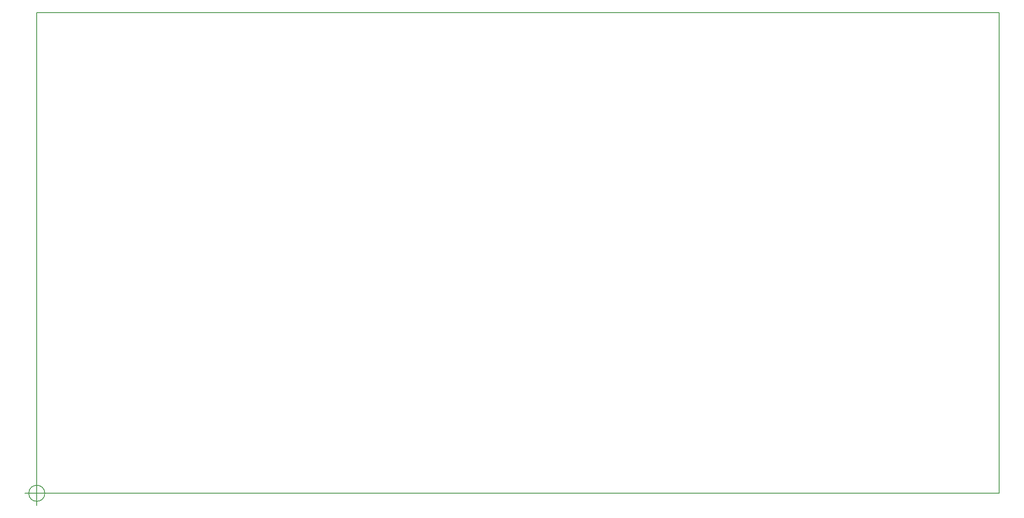
<source format=gbr>
%TF.GenerationSoftware,KiCad,Pcbnew,(2017-09-01 revision 8d1475135)-makepkg*%
%TF.CreationDate,2017-09-04T13:55:26-07:00*%
%TF.ProjectId,SM01,534D30312E6B696361645F7063620000,rev?*%
%TF.SameCoordinates,Original*%
%TF.FileFunction,Profile,NP*%
%FSLAX46Y46*%
G04 Gerber Fmt 4.6, Leading zero omitted, Abs format (unit mm)*
G04 Created by KiCad (PCBNEW (2017-09-01 revision 8d1475135)-makepkg) date 09/04/17 13:55:26*
%MOMM*%
%LPD*%
G01*
G04 APERTURE LIST*
%ADD10C,0.150000*%
G04 APERTURE END LIST*
D10*
X1666666Y0D02*
G75*
G03X1666666Y0I-1666666J0D01*
G01*
X-2500000Y0D02*
X2500000Y0D01*
X0Y2500000D02*
X0Y-2500000D01*
X0Y100000000D02*
X200000000Y100000000D01*
X200000000Y0D02*
X200000000Y100000000D01*
X0Y0D02*
X200000000Y0D01*
X0Y0D02*
X0Y100000000D01*
M02*

</source>
